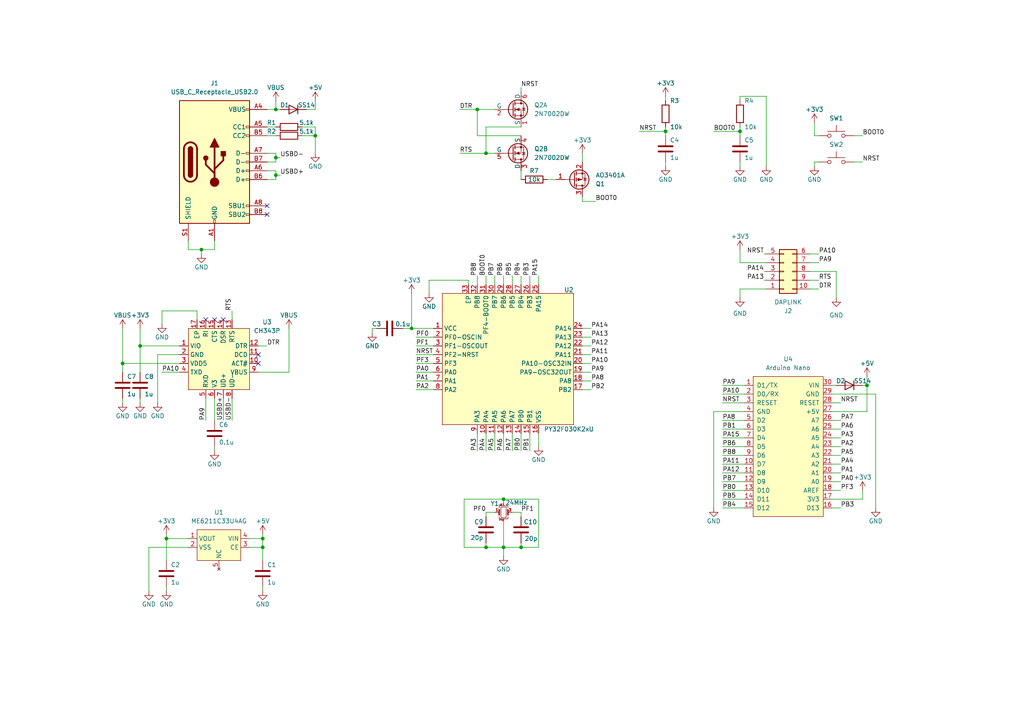
<source format=kicad_sch>
(kicad_sch (version 20250114) (generator "eeschema") (generator_version "9.0")
  (paper "A4")
  (lib_symbols
    (symbol "Arduino Board:Arduino Nano" (pin_names (offset 1.016))
      (property "Reference" "U" (at 0 22.9616 0))
      (property "Value" "Arduino Nano" (at 0 28.0416 0))
      (symbol "Arduino Nano_1_1"
        (rectangle (start -10.16 20.32) (end 10.16 -20.32) (stroke (width 0.1524)) (fill (type background)))
        (pin bidirectional line (at -12.7 17.78 0) (length 2.54) (name "D1/TX") (number "1"))
        (pin bidirectional line (at -12.7 15.24 0) (length 2.54) (name "D0/RX") (number "2"))
        (pin bidirectional line (at -12.7 12.7 0) (length 2.54) (name "RESET") (number "3"))
        (pin power_in line (at -12.7 10.16 0) (length 2.54) (name "GND") (number "4"))
        (pin bidirectional line (at -12.7 7.62 0) (length 2.54) (name "D2") (number "5"))
        (pin bidirectional line (at -12.7 5.08 0) (length 2.54) (name "D3") (number "6"))
        (pin bidirectional line (at -12.7 2.54 0) (length 2.54) (name "D4") (number "7"))
        (pin bidirectional line (at -12.7 0 0) (length 2.54) (name "D5") (number "8"))
        (pin bidirectional line (at -12.7 -2.54 0) (length 2.54) (name "D6") (number "9"))
        (pin bidirectional line (at -12.7 -5.08 0) (length 2.54) (name "D7") (number "10"))
        (pin bidirectional line (at -12.7 -7.62 0) (length 2.54) (name "D8") (number "11"))
        (pin bidirectional line (at -12.7 -10.16 0) (length 2.54) (name "D9") (number "12"))
        (pin bidirectional line (at -12.7 -12.7 0) (length 2.54) (name "D10") (number "13"))
        (pin bidirectional line (at -12.7 -15.24 0) (length 2.54) (name "D11") (number "14"))
        (pin bidirectional line (at -12.7 -17.78 0) (length 2.54) (name "D12") (number "15"))
        (pin power_in line (at 12.7 17.78 180) (length 2.54) (name "VIN") (number "30"))
        (pin power_in line (at 12.7 15.24 180) (length 2.54) (name "GND") (number "29"))
        (pin bidirectional line (at 12.7 12.7 180) (length 2.54) (name "RESET") (number "28"))
        (pin power_in line (at 12.7 10.16 180) (length 2.54) (name "+5V") (number "27"))
        (pin bidirectional line (at 12.7 7.62 180) (length 2.54) (name "A7") (number "26"))
        (pin bidirectional line (at 12.7 5.08 180) (length 2.54) (name "A6") (number "25"))
        (pin bidirectional line (at 12.7 2.54 180) (length 2.54) (name "A5") (number "24"))
        (pin bidirectional line (at 12.7 0 180) (length 2.54) (name "A4") (number "23"))
        (pin bidirectional line (at 12.7 -2.54 180) (length 2.54) (name "A3") (number "22"))
        (pin bidirectional line (at 12.7 -5.08 180) (length 2.54) (name "A2") (number "21"))
        (pin bidirectional line (at 12.7 -7.62 180) (length 2.54) (name "A1") (number "20"))
        (pin bidirectional line (at 12.7 -10.16 180) (length 2.54) (name "A0") (number "19"))
        (pin bidirectional line (at 12.7 -12.7 180) (length 2.54) (name "AREF") (number "18"))
        (pin power_in line (at 12.7 -15.24 180) (length 2.54) (name "3V3") (number "17"))
        (pin bidirectional line (at 12.7 -17.78 180) (length 2.54) (name "D13") (number "16"))
      )
    )
    (symbol "Connector:USB_C_Receptacle_USB2.0" (pin_names (offset 1.016))
      (property "Reference" "J" (at -10.16 19.05 0))
      (property "Value" "USB_C_Receptacle_USB2.0" (at 19.05 19.05 0))
      (symbol "USB_C_Receptacle_USB2.0_0_0"
        (rectangle (start -0.254 -17.78) (end 0.254 -16.764))
        (rectangle (start 10.16 15.494) (end 9.144 14.986))
        (rectangle (start 10.16 10.414) (end 9.144 9.906))
        (rectangle (start 10.16 7.874) (end 9.144 7.366))
        (rectangle (start 10.16 2.794) (end 9.144 2.286))
        (rectangle (start 10.16 0.254) (end 9.144 -0.254))
        (rectangle (start 10.16 -2.286) (end 9.144 -2.794))
        (rectangle (start 10.16 -4.826) (end 9.144 -5.334))
        (rectangle (start 10.16 -12.446) (end 9.144 -12.954))
        (rectangle (start 10.16 -14.986) (end 9.144 -15.494))
      )
      (symbol "USB_C_Receptacle_USB2.0_0_1"
        (rectangle (start -10.16 17.78) (end 10.16 -17.78) (stroke (width 0.254)) (fill (type background)))
        (polyline (pts (xy -8.89 -3.81) (xy -8.89 3.81)) (stroke (width 0.508)))
        (rectangle (start -7.62 -3.81) (end -6.35 3.81) (stroke (width 0.254)) (fill (type outline)))
        (arc (start -7.62 3.81) (mid -6.985 4.4423) (end -6.35 3.81) (stroke (width 0.254)))
        (arc (start -7.62 3.81) (mid -6.985 4.4423) (end -6.35 3.81) (stroke (width 0.254)) (fill (type outline)))
        (arc (start -8.89 3.81) (mid -6.985 5.7067) (end -5.08 3.81) (stroke (width 0.508)))
        (arc (start -5.08 -3.81) (mid -6.985 -5.7067) (end -8.89 -3.81) (stroke (width 0.508)))
        (arc (start -6.35 -3.81) (mid -6.985 -4.4423) (end -7.62 -3.81) (stroke (width 0.254)))
        (arc (start -6.35 -3.81) (mid -6.985 -4.4423) (end -7.62 -3.81) (stroke (width 0.254)) (fill (type outline)))
        (polyline (pts (xy -5.08 3.81) (xy -5.08 -3.81)) (stroke (width 0.508)))
        (circle (center -2.54 1.143) (radius 0.635) (stroke (width 0.254)) (fill (type outline)))
        (polyline (pts (xy -1.27 4.318) (xy 0 6.858) (xy 1.27 4.318) (xy -1.27 4.318)) (stroke (width 0.254)) (fill (type outline)))
        (polyline (pts (xy 0 -2.032) (xy 2.54 0.508) (xy 2.54 1.778)) (stroke (width 0.508)))
        (polyline (pts (xy 0 -3.302) (xy -2.54 -0.762) (xy -2.54 0.508)) (stroke (width 0.508)))
        (polyline (pts (xy 0 -5.842) (xy 0 4.318)) (stroke (width 0.508)))
        (circle (center 0 -5.842) (radius 1.27) (fill (type outline)))
        (rectangle (start 1.905 1.778) (end 3.175 3.048) (stroke (width 0.254)) (fill (type outline)))
      )
      (symbol "USB_C_Receptacle_USB2.0_1_1"
        (pin passive line (at -7.62 -22.86 90) (length 5.08) (name "SHIELD") (number "S1"))
        (pin passive line (at 0 -22.86 90) (length 5.08) (name "GND") (number "A1"))
        (pin passive line (at 0 -22.86 90) (length 5.08) (hide yes) (name "GND") (number "A12"))
        (pin passive line (at 0 -22.86 90) (length 5.08) (hide yes) (name "GND") (number "B1"))
        (pin passive line (at 0 -22.86 90) (length 5.08) (hide yes) (name "GND") (number "B12"))
        (pin passive line (at 15.24 15.24 180) (length 5.08) (name "VBUS") (number "A4"))
        (pin passive line (at 15.24 15.24 180) (length 5.08) (hide yes) (name "VBUS") (number "A9"))
        (pin passive line (at 15.24 15.24 180) (length 5.08) (hide yes) (name "VBUS") (number "B4"))
        (pin passive line (at 15.24 15.24 180) (length 5.08) (hide yes) (name "VBUS") (number "B9"))
        (pin bidirectional line (at 15.24 10.16 180) (length 5.08) (name "CC1") (number "A5"))
        (pin bidirectional line (at 15.24 7.62 180) (length 5.08) (name "CC2") (number "B5"))
        (pin bidirectional line (at 15.24 2.54 180) (length 5.08) (name "D-") (number "A7"))
        (pin bidirectional line (at 15.24 0 180) (length 5.08) (name "D-") (number "B7"))
        (pin bidirectional line (at 15.24 -2.54 180) (length 5.08) (name "D+") (number "A6"))
        (pin bidirectional line (at 15.24 -5.08 180) (length 5.08) (name "D+") (number "B6"))
        (pin bidirectional line (at 15.24 -12.7 180) (length 5.08) (name "SBU1") (number "A8"))
        (pin bidirectional line (at 15.24 -15.24 180) (length 5.08) (name "SBU2") (number "B8"))
      )
    )
    (symbol "Connector_Generic:Conn_02x05_Counter_Clockwise" (pin_names (offset 1.016) (hide yes))
      (property "Reference" "J" (at 1.27 7.62 0))
      (property "Value" "Conn_02x05_Counter_Clockwise" (at 1.27 -7.62 0))
      (symbol "Conn_02x05_Counter_Clockwise_1_1"
        (rectangle (start -1.27 6.35) (end 3.81 -6.35) (stroke (width 0.254)) (fill (type background)))
        (rectangle (start -1.27 5.207) (end 0 4.953) (stroke (width 0.1524)))
        (rectangle (start -1.27 2.667) (end 0 2.413) (stroke (width 0.1524)))
        (rectangle (start -1.27 0.127) (end 0 -0.127) (stroke (width 0.1524)))
        (rectangle (start -1.27 -2.413) (end 0 -2.667) (stroke (width 0.1524)))
        (rectangle (start -1.27 -4.953) (end 0 -5.207) (stroke (width 0.1524)))
        (rectangle (start 3.81 5.207) (end 2.54 4.953) (stroke (width 0.1524)))
        (rectangle (start 3.81 2.667) (end 2.54 2.413) (stroke (width 0.1524)))
        (rectangle (start 3.81 0.127) (end 2.54 -0.127) (stroke (width 0.1524)))
        (rectangle (start 3.81 -2.413) (end 2.54 -2.667) (stroke (width 0.1524)))
        (rectangle (start 3.81 -4.953) (end 2.54 -5.207) (stroke (width 0.1524)))
        (pin passive line (at -5.08 5.08 0) (length 3.81) (name "Pin_1") (number "1"))
        (pin passive line (at -5.08 2.54 0) (length 3.81) (name "Pin_2") (number "2"))
        (pin passive line (at -5.08 0 0) (length 3.81) (name "Pin_3") (number "3"))
        (pin passive line (at -5.08 -2.54 0) (length 3.81) (name "Pin_4") (number "4"))
        (pin passive line (at -5.08 -5.08 0) (length 3.81) (name "Pin_5") (number "5"))
        (pin passive line (at 7.62 5.08 180) (length 3.81) (name "Pin_10") (number "10"))
        (pin passive line (at 7.62 2.54 180) (length 3.81) (name "Pin_9") (number "9"))
        (pin passive line (at 7.62 0 180) (length 3.81) (name "Pin_8") (number "8"))
        (pin passive line (at 7.62 -2.54 180) (length 3.81) (name "Pin_7") (number "7"))
        (pin passive line (at 7.62 -5.08 180) (length 3.81) (name "Pin_6") (number "6"))
      )
    )
    (symbol "Device:C" (pin_numbers (hide yes)) (pin_names (offset 0.254))
      (property "Reference" "C" (at 0.635 2.54 0))
      (property "Value" "C" (at 0.635 -2.54 0))
      (symbol "C_0_1"
        (polyline (pts (xy -2.032 0.762) (xy 2.032 0.762)) (stroke (width 0.508)))
        (polyline (pts (xy -2.032 -0.762) (xy 2.032 -0.762)) (stroke (width 0.508)))
      )
      (symbol "C_1_1"
        (pin passive line (at 0 3.81 270) (length 2.794) (name "~") (number "1"))
        (pin passive line (at 0 -3.81 90) (length 2.794) (name "~") (number "2"))
      )
    )
    (symbol "Device:Crystal_GND24_Small" (pin_names (offset 1.016) (hide yes))
      (property "Reference" "Y" (at 1.27 4.445 0))
      (property "Value" "Crystal_GND24_Small" (at 1.27 2.54 0))
      (symbol "Crystal_GND24_Small_0_1"
        (polyline (pts (xy -1.27 1.27) (xy -1.27 1.905) (xy 1.27 1.905) (xy 1.27 1.27)))
        (polyline (pts (xy -1.27 -0.762) (xy -1.27 0.762)) (stroke (width 0.381)))
        (polyline (pts (xy -1.27 -1.27) (xy -1.27 -1.905) (xy 1.27 -1.905) (xy 1.27 -1.27)))
        (rectangle (start -0.762 -1.524) (end 0.762 1.524))
        (polyline (pts (xy 1.27 -0.762) (xy 1.27 0.762)) (stroke (width 0.381)))
      )
      (symbol "Crystal_GND24_Small_1_1"
        (pin passive line (at -2.54 0 0) (length 1.27) (name "1") (number "1"))
        (pin passive line (at 0 2.54 270) (length 0.635) (name "4") (number "4"))
        (pin passive line (at 0 -2.54 90) (length 0.635) (name "2") (number "2"))
        (pin passive line (at 2.54 0 180) (length 1.27) (name "3") (number "3"))
      )
    )
    (symbol "Device:D" (pin_numbers (hide yes)) (pin_names (offset 1.016) (hide yes))
      (property "Reference" "D" (at 0 2.54 0))
      (property "Value" "D" (at 0 -2.54 0))
      (symbol "D_0_1"
        (polyline (pts (xy -1.27 1.27) (xy -1.27 -1.27)) (stroke (width 0.254)))
        (polyline (pts (xy 1.27 1.27) (xy 1.27 -1.27) (xy -1.27 0) (xy 1.27 1.27)) (stroke (width 0.254)))
        (polyline (pts (xy 1.27 0) (xy -1.27 0)))
      )
      (symbol "D_1_1"
        (pin passive line (at -3.81 0 0) (length 2.54) (name "K") (number "1"))
        (pin passive line (at 3.81 0 180) (length 2.54) (name "A") (number "2"))
      )
    )
    (symbol "Device:R" (pin_numbers (hide yes)) (pin_names (offset 0))
      (property "Reference" "R" (at 2.032 0 90))
      (property "Value" "R" (at 0 0 90))
      (symbol "R_0_1"
        (rectangle (start -1.016 -2.54) (end 1.016 2.54) (stroke (width 0.254)))
      )
      (symbol "R_1_1"
        (pin passive line (at 0 3.81 270) (length 1.27) (name "~") (number "1"))
        (pin passive line (at 0 -3.81 90) (length 1.27) (name "~") (number "2"))
      )
    )
    (symbol "GND_4" (power) (pin_names (offset 0))
      (property "Value" "GND_4" (at 0 -3.81 0))
      (symbol "GND_4_0_1"
        (polyline (pts (xy 0 0) (xy 0 -1.27) (xy 1.27 -1.27) (xy 0 -2.54) (xy -1.27 -1.27) (xy 0 -1.27)))
      )
      (symbol "GND_4_1_1"
        (pin power_in line (at 0 0 270) (length 0) (hide yes) (name "GND") (number "1"))
      )
    )
    (symbol "LDO:ME6211CxxU4AG"
      (property "Reference" "U" (at -7.62 10.16 0))
      (property "Value" "ME6211CxxU4AG" (at -6.35 1.27 0))
      (symbol "ME6211CxxU4AG_1_1"
        (rectangle (start -6.35 3.81) (end 6.35 -5.08) (fill (type background)))
        (pin power_out line (at -8.89 1.27 0) (length 2.54) (name "VOUT") (number "1"))
        (pin power_in line (at -8.89 -1.27 0) (length 2.54) (name "VSS") (number "2"))
        (pin no_connect line (at 0 -7.62 90) (length 2.54) (name "NC") (number "5"))
        (pin power_in line (at 8.89 1.27 180) (length 2.54) (name "VIN") (number "4"))
        (pin bidirectional line (at 8.89 -1.27 180) (length 2.54) (name "CE") (number "3"))
      )
    )
    (symbol "MOS FET:2N7002DW" (pin_names (offset 0))
      (property "Reference" "Q" (at 0 6.35 0))
      (property "Value" "2N7002DW" (at 0 8.89 0))
      (symbol "2N7002DW_0_1"
        (polyline (pts (xy -1.016 1.905) (xy -1.016 -1.905)) (stroke (width 0.254)))
        (polyline (pts (xy -1.016 0) (xy -3.81 0)))
        (polyline (pts (xy -0.508 2.286) (xy -0.508 1.27)) (stroke (width 0.254)))
        (polyline (pts (xy -0.508 0.508) (xy -0.508 -0.508)) (stroke (width 0.254)))
        (polyline (pts (xy -0.508 -1.27) (xy -0.508 -2.286)) (stroke (width 0.254)))
        (polyline (pts (xy -0.508 -1.778) (xy 2.032 -1.778) (xy 2.032 1.778) (xy -0.508 1.778)))
        (polyline (pts (xy -0.254 0) (xy 0.762 0.381) (xy 0.762 -0.381) (xy -0.254 0)) (fill (type outline)))
        (circle (center 0.381 0) (radius 2.794) (stroke (width 0.254)))
        (polyline (pts (xy 1.27 2.54) (xy 1.27 1.778)))
        (circle (center 1.27 1.778) (radius 0.254) (fill (type outline)))
        (circle (center 1.27 -1.778) (radius 0.254) (fill (type outline)))
        (polyline (pts (xy 1.27 -2.54) (xy 1.27 0) (xy -0.508 0)))
        (polyline (pts (xy 1.524 0.508) (xy 1.651 0.381) (xy 2.413 0.381) (xy 2.54 0.254)))
        (polyline (pts (xy 2.032 0.381) (xy 1.651 -0.254) (xy 2.413 -0.254) (xy 2.032 0.381)))
      )
      (symbol "2N7002DW_1_1"
        (pin input line (at -6.35 0 0) (length 2.54) (name "G") (number "2"))
        (pin passive line (at 1.27 5.08 270) (length 2.54) (name "D") (number "6"))
        (pin passive line (at 1.27 -5.08 90) (length 2.54) (name "S") (number "1"))
      )
      (symbol "2N7002DW_2_1"
        (pin input line (at -6.35 0 0) (length 2.54) (name "G") (number "5"))
        (pin passive line (at 1.27 5.08 270) (length 2.54) (name "D") (number "3"))
        (pin passive line (at 1.27 -5.08 90) (length 2.54) (name "S") (number "4"))
      )
    )
    (symbol "PY32_MCU:PY32F030K2xU"
      (property "Reference" "U" (at -25.4 24.13 0))
      (property "Value" "PY32F030K2xU" (at -7.62 -19.05 90))
      (symbol "PY32F030K2xU_1_1"
        (rectangle (start -19.05 19.05) (end 19.05 -19.05) (fill (type background)))
        (pin power_in line (at -21.59 8.89 0) (length 2.54) (name "VCC") (number "1"))
        (pin bidirectional line (at -21.59 6.35 0) (length 2.54) (name "PF0-OSCIN") (number "2"))
        (pin bidirectional line (at -21.59 3.81 0) (length 2.54) (name "PF1-OSCOUT") (number "3"))
        (pin bidirectional line (at -21.59 1.27 0) (length 2.54) (name "PF2-NRST") (number "4"))
        (pin bidirectional line (at -21.59 -1.27 0) (length 2.54) (name "PF3") (number "5"))
        (pin bidirectional line (at -21.59 -3.81 0) (length 2.54) (name "PA0") (number "6"))
        (pin bidirectional line (at -21.59 -6.35 0) (length 2.54) (name "PA1") (number "7"))
        (pin bidirectional line (at -21.59 -8.89 0) (length 2.54) (name "PA2") (number "8"))
        (pin bidirectional line (at -11.43 21.59 270) (length 2.54) (name "EP") (number "33"))
        (pin bidirectional line (at -8.89 21.59 270) (length 2.54) (name "PB8") (number "32"))
        (pin bidirectional line (at -8.89 -21.59 90) (length 2.54) (name "PA3") (number "9"))
        (pin bidirectional line (at -6.35 21.59 270) (length 2.54) (name "PF4-BOOT0") (number "31"))
        (pin bidirectional line (at -6.35 -21.59 90) (length 2.54) (name "PA4") (number "10"))
        (pin bidirectional line (at -3.81 21.59 270) (length 2.54) (name "PB7") (number "30"))
        (pin bidirectional line (at -3.81 -21.59 90) (length 2.54) (name "PA5") (number "11"))
        (pin bidirectional line (at -1.27 21.59 270) (length 2.54) (name "PB6") (number "29"))
        (pin bidirectional line (at -1.27 -21.59 90) (length 2.54) (name "PA6") (number "12"))
        (pin bidirectional line (at 1.27 21.59 270) (length 2.54) (name "PB5") (number "28"))
        (pin bidirectional line (at 1.27 -21.59 90) (length 2.54) (name "PA7") (number "13"))
        (pin bidirectional line (at 3.81 21.59 270) (length 2.54) (name "PB4") (number "27"))
        (pin bidirectional line (at 3.81 -21.59 90) (length 2.54) (name "PB0") (number "14"))
        (pin bidirectional line (at 6.35 21.59 270) (length 2.54) (name "PB3") (number "26"))
        (pin bidirectional line (at 6.35 -21.59 90) (length 2.54) (name "PB1") (number "15"))
        (pin bidirectional line (at 8.89 21.59 270) (length 2.54) (name "PA15") (number "25"))
        (pin power_in line (at 8.89 -21.59 90) (length 2.54) (name "VSS") (number "16"))
        (pin bidirectional line (at 21.59 8.89 180) (length 2.54) (name "PA14") (number "24"))
        (pin bidirectional line (at 21.59 6.35 180) (length 2.54) (name "PA13") (number "23"))
        (pin bidirectional line (at 21.59 3.81 180) (length 2.54) (name "PA12") (number "22"))
        (pin bidirectional line (at 21.59 1.27 180) (length 2.54) (name "PA11") (number "21"))
        (pin bidirectional line (at 21.59 -1.27 180) (length 2.54) (name "PA10-OSC32IN") (number "20"))
        (pin bidirectional line (at 21.59 -3.81 180) (length 2.54) (name "PA9-OSC32OUT") (number "19"))
        (pin bidirectional line (at 21.59 -6.35 180) (length 2.54) (name "PA8") (number "18"))
        (pin bidirectional line (at 21.59 -8.89 180) (length 2.54) (name "PB2") (number "17"))
      )
    )
    (symbol "Switch:SW_Push" (pin_numbers (hide yes)) (pin_names (offset 1.016) (hide yes))
      (property "Reference" "SW" (at 1.27 2.54 0))
      (property "Value" "SW_Push" (at 0 -1.524 0))
      (symbol "SW_Push_0_1"
        (circle (center -2.032 0) (radius 0.508))
        (polyline (pts (xy 0 1.27) (xy 0 3.048)))
        (circle (center 2.032 0) (radius 0.508))
        (polyline (pts (xy 2.54 1.27) (xy -2.54 1.27)))
        (pin passive line (at -5.08 0 0) (length 2.54) (name "1") (number "1"))
        (pin passive line (at 5.08 0 180) (length 2.54) (name "2") (number "2"))
      )
    )
    (symbol "Transistor_FET:AO3401A" (pin_names (hide yes))
      (property "Reference" "Q" (at 5.08 1.905 0))
      (property "Value" "AO3401A" (at 5.08 0 0))
      (symbol "AO3401A_0_1"
        (polyline (pts (xy 0.254 1.905) (xy 0.254 -1.905)) (stroke (width 0.254)))
        (polyline (pts (xy 0.254 0) (xy -2.54 0)))
        (polyline (pts (xy 0.762 2.286) (xy 0.762 1.27)) (stroke (width 0.254)))
        (polyline (pts (xy 0.762 1.778) (xy 3.302 1.778) (xy 3.302 -1.778) (xy 0.762 -1.778)))
        (polyline (pts (xy 0.762 0.508) (xy 0.762 -0.508)) (stroke (width 0.254)))
        (polyline (pts (xy 0.762 -1.27) (xy 0.762 -2.286)) (stroke (width 0.254)))
        (circle (center 1.651 0) (radius 2.794) (stroke (width 0.254)))
        (polyline (pts (xy 2.286 0) (xy 1.27 0.381) (xy 1.27 -0.381) (xy 2.286 0)) (fill (type outline)))
        (polyline (pts (xy 2.54 2.54) (xy 2.54 1.778)))
        (circle (center 2.54 1.778) (radius 0.254) (fill (type outline)))
        (circle (center 2.54 -1.778) (radius 0.254) (fill (type outline)))
        (polyline (pts (xy 2.54 -2.54) (xy 2.54 0) (xy 0.762 0)))
        (polyline (pts (xy 2.794 -0.508) (xy 2.921 -0.381) (xy 3.683 -0.381) (xy 3.81 -0.254)))
        (polyline (pts (xy 3.302 -0.381) (xy 2.921 0.254) (xy 3.683 0.254) (xy 3.302 -0.381)))
      )
      (symbol "AO3401A_1_1"
        (pin input line (at -5.08 0 0) (length 2.54) (name "G") (number "1"))
        (pin passive line (at 2.54 5.08 270) (length 2.54) (name "D") (number "3"))
        (pin passive line (at 2.54 -5.08 90) (length 2.54) (name "S") (number "2"))
      )
    )
    (symbol "USB2UART:CH343P"
      (property "Reference" "U" (at -7.62 16.51 0))
      (property "Value" "CH343P" (at -1.27 0 0))
      (symbol "CH343P_1_1"
        (rectangle (start -1.27 11.43) (end 16.51 -6.35) (fill (type background)))
        (pin bidirectional line (at -3.81 6.35 0) (length 2.54) (name "VIO") (number "1"))
        (pin power_in line (at -3.81 3.81 0) (length 2.54) (name "GND") (number "2"))
        (pin power_in line (at -3.81 1.27 0) (length 2.54) (name "VDD5") (number "3"))
        (pin bidirectional line (at -3.81 -1.27 0) (length 2.54) (name "TXD") (number "4"))
        (pin bidirectional line (at 1.27 13.97 270) (length 2.54) (name "EP") (number "17"))
        (pin bidirectional line (at 3.81 13.97 270) (length 2.54) (name "RI") (number "16"))
        (pin bidirectional line (at 3.81 -8.89 90) (length 2.54) (name "RXD") (number "5"))
        (pin bidirectional line (at 6.35 13.97 270) (length 2.54) (name "CTS") (number "15"))
        (pin passive line (at 6.35 -8.89 90) (length 2.54) (name "V3") (number "6"))
        (pin bidirectional line (at 8.89 13.97 270) (length 2.54) (name "DSR") (number "14"))
        (pin bidirectional line (at 8.89 -8.89 90) (length 2.54) (name "UD+") (number "7"))
        (pin bidirectional line (at 11.43 13.97 270) (length 2.54) (name "RTS") (number "13"))
        (pin bidirectional line (at 11.43 -8.89 90) (length 2.54) (name "UD-") (number "8"))
        (pin bidirectional line (at 19.05 6.35 180) (length 2.54) (name "DTR") (number "12"))
        (pin bidirectional line (at 19.05 3.81 180) (length 2.54) (name "DCD") (number "11"))
        (pin bidirectional line (at 19.05 1.27 180) (length 2.54) (name "ACT#") (number "10"))
        (pin power_in line (at 19.05 -1.27 180) (length 2.54) (name "VBUS") (number "9"))
      )
    )
    (symbol "power:+3V3" (power) (pin_names (offset 0))
      (property "Value" "+3V3" (at 0 3.556 0))
      (symbol "+3V3_0_1"
        (polyline (pts (xy -0.762 1.27) (xy 0 2.54)))
        (polyline (pts (xy 0 2.54) (xy 0.762 1.27)))
        (polyline (pts (xy 0 0) (xy 0 2.54)))
      )
      (symbol "+3V3_1_1"
        (pin power_in line (at 0 0 90) (length 0) (hide yes) (name "+3V3") (number "1"))
      )
    )
    (symbol "power:+5V" (power) (pin_names (offset 0))
      (property "Value" "+5V" (at 0 3.556 0))
      (symbol "+5V_0_1"
        (polyline (pts (xy -0.762 1.27) (xy 0 2.54)))
        (polyline (pts (xy 0 2.54) (xy 0.762 1.27)))
        (polyline (pts (xy 0 0) (xy 0 2.54)))
      )
      (symbol "+5V_1_1"
        (pin power_in line (at 0 0 90) (length 0) (hide yes) (name "+5V") (number "1"))
      )
    )
    (symbol "power:GND" (power) (pin_names (offset 0))
      (property "Value" "GND" (at 0 -3.81 0))
      (symbol "GND_0_1"
        (polyline (pts (xy 0 0) (xy 0 -1.27) (xy 1.27 -1.27) (xy 0 -2.54) (xy -1.27 -1.27) (xy 0 -1.27)))
      )
      (symbol "GND_1_1"
        (pin power_in line (at 0 0 270) (length 0) (hide yes) (name "GND") (number "1"))
      )
    )
    (symbol "power:VBUS" (power) (pin_names (offset 0))
      (property "Value" "VBUS" (at 0 3.81 0))
      (symbol "VBUS_0_1"
        (polyline (pts (xy -0.762 1.27) (xy 0 2.54)))
        (polyline (pts (xy 0 2.54) (xy 0.762 1.27)))
        (polyline (pts (xy 0 0) (xy 0 2.54)))
      )
      (symbol "VBUS_1_1"
        (pin power_in line (at 0 0 90) (length 0) (hide yes) (name "VBUS") (number "1"))
      )
    )
  )
  (junction (at 58.42 72.39))
  (junction (at 138.43 31.75))
  (junction (at 251.46 111.76))
  (junction (at 48.26 156.21))
  (junction (at 91.44 39.37))
  (junction (at 151.13 158.75))
  (junction (at 146.05 158.75))
  (junction (at 80.01 31.75))
  (junction (at 214.63 38.1))
  (junction (at 80.01 50.8))
  (junction (at 146.05 144.78))
  (junction (at 193.04 38.1))
  (junction (at 35.56 105.41))
  (junction (at 76.2 156.21))
  (junction (at 40.64 100.33))
  (junction (at 119.38 95.25))
  (junction (at 140.97 44.45))
  (junction (at 76.2 158.75))
  (junction (at 80.01 45.72))
  (junction (at 140.97 158.75))
  (no_connect (at 77.47 59.69))
  (no_connect (at 74.93 102.87))
  (no_connect (at 59.69 92.71))
  (no_connect (at 64.77 92.71))
  (no_connect (at 77.47 62.23))
  (no_connect (at 74.93 105.41))
  (no_connect (at 62.23 92.71))
  (wire (pts (xy 251.46 109.22) (xy 251.46 111.76)))
  (wire (pts (xy 76.2 158.75) (xy 76.2 162.56)))
  (wire (pts (xy 72.39 156.21) (xy 76.2 156.21)))
  (wire (pts (xy 243.84 121.92) (xy 241.3 121.92)))
  (wire (pts (xy 107.95 95.25) (xy 109.22 95.25)))
  (wire (pts (xy 237.49 46.99) (xy 236.22 46.99)))
  (wire (pts (xy 57.15 90.17) (xy 46.99 90.17)))
  (wire (pts (xy 135.89 82.55) (xy 135.89 81.28)))
  (wire (pts (xy 214.63 83.82) (xy 222.25 83.82)))
  (wire (pts (xy 250.19 142.24) (xy 250.19 144.78)))
  (wire (pts (xy 146.05 151.13) (xy 146.05 158.75)))
  (wire (pts (xy 62.23 129.54) (xy 62.23 130.81)))
  (wire (pts (xy 193.04 36.83) (xy 193.04 38.1)))
  (wire (pts (xy 243.84 132.08) (xy 241.3 132.08)))
  (wire (pts (xy 241.3 142.24) (xy 243.84 142.24)))
  (wire (pts (xy 54.61 72.39) (xy 58.42 72.39)))
  (wire (pts (xy 77.47 49.53) (xy 80.01 49.53)))
  (wire (pts (xy 146.05 125.73) (xy 146.05 130.81)))
  (wire (pts (xy 80.01 46.99) (xy 77.47 46.99)))
  (wire (pts (xy 243.84 124.46) (xy 241.3 124.46)))
  (wire (pts (xy 134.62 158.75) (xy 140.97 158.75)))
  (wire (pts (xy 151.13 80.01) (xy 151.13 82.55)))
  (wire (pts (xy 120.65 105.41) (xy 125.73 105.41)))
  (wire (pts (xy 234.95 81.28) (xy 237.49 81.28)))
  (wire (pts (xy 135.89 81.28) (xy 124.46 81.28)))
  (wire (pts (xy 140.97 157.48) (xy 140.97 158.75)))
  (wire (pts (xy 222.25 78.74) (xy 221.615 78.74)))
  (wire (pts (xy 237.49 39.37) (xy 236.22 39.37)))
  (wire (pts (xy 148.59 125.73) (xy 148.59 130.81)))
  (wire (pts (xy 120.65 102.87) (xy 125.73 102.87)))
  (wire (pts (xy 77.47 39.37) (xy 80.01 39.37)))
  (wire (pts (xy 120.65 100.33) (xy 125.73 100.33)))
  (wire (pts (xy 120.65 113.03) (xy 125.73 113.03)))
  (wire (pts (xy 168.91 110.49) (xy 171.45 110.49)))
  (wire (pts (xy 156.21 80.01) (xy 156.21 82.55)))
  (wire (pts (xy 243.84 137.16) (xy 241.3 137.16)))
  (wire (pts (xy 214.63 36.83) (xy 214.63 38.1)))
  (wire (pts (xy 151.13 25.4) (xy 151.13 26.67)))
  (wire (pts (xy 80.01 49.53) (xy 80.01 50.8)))
  (wire (pts (xy 156.21 158.75) (xy 151.13 158.75)))
  (wire (pts (xy 242.57 78.74) (xy 242.57 86.36)))
  (wire (pts (xy 234.95 76.2) (xy 237.49 76.2)))
  (wire (pts (xy 52.07 102.87) (xy 45.72 102.87)))
  (wire (pts (xy 168.91 102.87) (xy 171.45 102.87)))
  (wire (pts (xy 134.62 144.78) (xy 146.05 144.78)))
  (wire (pts (xy 151.13 49.53) (xy 151.13 52.07)))
  (wire (pts (xy 168.91 107.95) (xy 171.45 107.95)))
  (wire (pts (xy 140.97 148.59) (xy 143.51 148.59)))
  (wire (pts (xy 54.61 158.75) (xy 43.18 158.75)))
  (wire (pts (xy 146.05 80.01) (xy 146.05 82.55)))
  (wire (pts (xy 46.99 90.17) (xy 46.99 93.98)))
  (wire (pts (xy 156.21 125.73) (xy 156.21 129.54)))
  (wire (pts (xy 241.3 144.78) (xy 250.19 144.78)))
  (wire (pts (xy 45.72 102.87) (xy 45.72 116.84)))
  (wire (pts (xy 146.05 158.75) (xy 151.13 158.75)))
  (wire (pts (xy 234.95 73.66) (xy 237.49 73.66)))
  (wire (pts (xy 116.84 95.25) (xy 119.38 95.25)))
  (wire (pts (xy 209.55 147.32) (xy 215.9 147.32)))
  (wire (pts (xy 138.43 31.75) (xy 143.51 31.75)))
  (wire (pts (xy 80.01 45.72) (xy 81.28 45.72)))
  (wire (pts (xy 138.43 80.01) (xy 138.43 82.55)))
  (wire (pts (xy 48.26 154.94) (xy 48.26 156.21)))
  (wire (pts (xy 156.21 144.78) (xy 156.21 158.75)))
  (wire (pts (xy 158.75 52.07) (xy 161.29 52.07)))
  (wire (pts (xy 57.15 92.71) (xy 57.15 90.17)))
  (wire (pts (xy 59.69 115.57) (xy 59.69 121.92)))
  (wire (pts (xy 168.91 58.42) (xy 172.72 58.42)))
  (wire (pts (xy 140.97 80.01) (xy 140.97 82.55)))
  (wire (pts (xy 80.01 44.45) (xy 80.01 45.72)))
  (wire (pts (xy 222.25 81.28) (xy 221.615 81.28)))
  (wire (pts (xy 80.01 52.07) (xy 77.47 52.07)))
  (wire (pts (xy 133.35 44.45) (xy 140.97 44.45)))
  (wire (pts (xy 91.44 36.83) (xy 91.44 39.37)))
  (wire (pts (xy 48.26 156.21) (xy 48.26 162.56)))
  (wire (pts (xy 140.97 158.75) (xy 146.05 158.75)))
  (wire (pts (xy 87.63 39.37) (xy 91.44 39.37)))
  (wire (pts (xy 243.84 134.62) (xy 241.3 134.62)))
  (wire (pts (xy 209.55 127) (xy 215.9 127)))
  (wire (pts (xy 80.01 29.21) (xy 80.01 31.75)))
  (wire (pts (xy 168.91 57.15) (xy 168.91 58.42)))
  (wire (pts (xy 48.26 156.21) (xy 54.61 156.21)))
  (wire (pts (xy 185.42 38.1) (xy 193.04 38.1)))
  (wire (pts (xy 209.55 132.08) (xy 215.9 132.08)))
  (wire (pts (xy 35.56 105.41) (xy 52.07 105.41)))
  (wire (pts (xy 151.13 148.59) (xy 148.59 148.59)))
  (wire (pts (xy 209.55 111.76) (xy 215.9 111.76)))
  (wire (pts (xy 120.65 107.95) (xy 125.73 107.95)))
  (wire (pts (xy 120.65 110.49) (xy 125.73 110.49)))
  (wire (pts (xy 209.55 139.7) (xy 215.9 139.7)))
  (wire (pts (xy 209.55 116.84) (xy 215.9 116.84)))
  (wire (pts (xy 80.01 50.8) (xy 81.28 50.8)))
  (wire (pts (xy 146.05 158.75) (xy 146.05 161.29)))
  (wire (pts (xy 247.65 39.37) (xy 250.19 39.37)))
  (wire (pts (xy 146.05 146.05) (xy 146.05 144.78)))
  (wire (pts (xy 138.43 125.73) (xy 138.43 130.81)))
  (wire (pts (xy 214.63 86.36) (xy 214.63 83.82)))
  (wire (pts (xy 48.26 170.18) (xy 48.26 171.45)))
  (wire (pts (xy 80.01 45.72) (xy 80.01 46.99)))
  (wire (pts (xy 168.91 105.41) (xy 171.45 105.41)))
  (wire (pts (xy 74.93 100.33) (xy 77.47 100.33)))
  (wire (pts (xy 241.3 111.76) (xy 242.57 111.76)))
  (wire (pts (xy 214.63 76.2) (xy 222.25 76.2)))
  (wire (pts (xy 40.64 107.95) (xy 40.64 100.33)))
  (wire (pts (xy 134.62 144.78) (xy 134.62 158.75)))
  (wire (pts (xy 35.56 105.41) (xy 35.56 107.95)))
  (wire (pts (xy 243.84 127) (xy 241.3 127)))
  (wire (pts (xy 80.01 31.75) (xy 81.28 31.75)))
  (wire (pts (xy 76.2 170.18) (xy 76.2 171.45)))
  (wire (pts (xy 222.25 27.94) (xy 222.25 48.26)))
  (wire (pts (xy 251.46 111.76) (xy 251.46 119.38)))
  (wire (pts (xy 35.56 95.25) (xy 35.56 105.41)))
  (wire (pts (xy 193.04 27.94) (xy 193.04 29.21)))
  (wire (pts (xy 168.91 100.33) (xy 171.45 100.33)))
  (wire (pts (xy 77.47 36.83) (xy 80.01 36.83)))
  (wire (pts (xy 214.63 46.99) (xy 214.63 48.26)))
  (wire (pts (xy 72.39 158.75) (xy 76.2 158.75)))
  (wire (pts (xy 140.97 148.59) (xy 140.97 149.86)))
  (wire (pts (xy 40.64 95.25) (xy 40.64 100.33)))
  (wire (pts (xy 243.84 139.7) (xy 241.3 139.7)))
  (wire (pts (xy 62.23 72.39) (xy 62.23 69.85)))
  (wire (pts (xy 250.19 111.76) (xy 251.46 111.76)))
  (wire (pts (xy 77.47 31.75) (xy 80.01 31.75)))
  (wire (pts (xy 62.23 115.57) (xy 62.23 121.92)))
  (wire (pts (xy 207.01 119.38) (xy 207.01 147.32)))
  (wire (pts (xy 40.64 115.57) (xy 40.64 116.84)))
  (wire (pts (xy 209.55 129.54) (xy 215.9 129.54)))
  (wire (pts (xy 214.63 27.94) (xy 214.63 29.21)))
  (wire (pts (xy 43.18 158.75) (xy 43.18 171.45)))
  (wire (pts (xy 193.04 38.1) (xy 193.04 39.37)))
  (wire (pts (xy 151.13 148.59) (xy 151.13 149.86)))
  (wire (pts (xy 91.44 39.37) (xy 91.44 44.45)))
  (wire (pts (xy 77.47 44.45) (xy 80.01 44.45)))
  (wire (pts (xy 209.55 137.16) (xy 215.9 137.16)))
  (wire (pts (xy 91.44 29.21) (xy 91.44 31.75)))
  (wire (pts (xy 193.04 46.99) (xy 193.04 48.26)))
  (wire (pts (xy 209.55 134.62) (xy 215.9 134.62)))
  (wire (pts (xy 120.65 97.79) (xy 125.73 97.79)))
  (wire (pts (xy 151.13 158.75) (xy 151.13 157.48)))
  (wire (pts (xy 58.42 72.39) (xy 58.42 73.66)))
  (wire (pts (xy 35.56 115.57) (xy 35.56 116.84)))
  (wire (pts (xy 214.63 38.1) (xy 214.63 39.37)))
  (wire (pts (xy 241.3 116.84) (xy 243.84 116.84)))
  (wire (pts (xy 80.01 50.8) (xy 80.01 52.07)))
  (wire (pts (xy 236.22 35.56) (xy 236.22 39.37)))
  (wire (pts (xy 151.13 39.37) (xy 138.43 39.37)))
  (wire (pts (xy 209.55 144.78) (xy 215.9 144.78)))
  (wire (pts (xy 168.91 113.03) (xy 171.45 113.03)))
  (wire (pts (xy 214.63 76.2) (xy 214.63 72.39)))
  (wire (pts (xy 76.2 156.21) (xy 76.2 158.75)))
  (wire (pts (xy 247.65 46.99) (xy 250.19 46.99)))
  (wire (pts (xy 67.31 90.17) (xy 67.31 92.71)))
  (wire (pts (xy 54.61 69.85) (xy 54.61 72.39)))
  (wire (pts (xy 234.95 83.82) (xy 237.49 83.82)))
  (wire (pts (xy 140.97 36.83) (xy 140.97 44.45)))
  (wire (pts (xy 107.95 96.52) (xy 107.95 95.25)))
  (wire (pts (xy 67.31 115.57) (xy 67.31 121.92)))
  (wire (pts (xy 168.91 95.25) (xy 171.45 95.25)))
  (wire (pts (xy 143.51 80.01) (xy 143.51 82.55)))
  (wire (pts (xy 76.2 154.94) (xy 76.2 156.21)))
  (wire (pts (xy 88.9 31.75) (xy 91.44 31.75)))
  (wire (pts (xy 40.64 100.33) (xy 52.07 100.33)))
  (wire (pts (xy 87.63 36.83) (xy 91.44 36.83)))
  (wire (pts (xy 151.13 125.73) (xy 151.13 130.81)))
  (wire (pts (xy 234.95 78.74) (xy 242.57 78.74)))
  (wire (pts (xy 209.55 121.92) (xy 215.9 121.92)))
  (wire (pts (xy 146.05 144.78) (xy 156.21 144.78)))
  (wire (pts (xy 215.9 119.38) (xy 207.01 119.38)))
  (wire (pts (xy 140.97 125.73) (xy 140.97 130.81)))
  (wire (pts (xy 209.55 114.3) (xy 215.9 114.3)))
  (wire (pts (xy 241.3 114.3) (xy 254 114.3)))
  (wire (pts (xy 143.51 125.73) (xy 143.51 130.81)))
  (wire (pts (xy 148.59 80.01) (xy 148.59 82.55)))
  (wire (pts (xy 222.25 73.66) (xy 221.615 73.66)))
  (wire (pts (xy 133.35 31.75) (xy 138.43 31.75)))
  (wire (pts (xy 254 114.3) (xy 254 147.32)))
  (wire (pts (xy 243.84 129.54) (xy 241.3 129.54)))
  (wire (pts (xy 140.97 36.83) (xy 151.13 36.83)))
  (wire (pts (xy 207.01 38.1) (xy 214.63 38.1)))
  (wire (pts (xy 214.63 27.94) (xy 222.25 27.94)))
  (wire (pts (xy 46.99 107.95) (xy 52.07 107.95)))
  (wire (pts (xy 124.46 81.28) (xy 124.46 85.09)))
  (wire (pts (xy 125.73 95.25) (xy 119.38 95.25)))
  (wire (pts (xy 168.91 97.79) (xy 171.45 97.79)))
  (wire (pts (xy 119.38 85.09) (xy 119.38 95.25)))
  (wire (pts (xy 140.97 44.45) (xy 143.51 44.45)))
  (wire (pts (xy 168.91 44.45) (xy 168.91 46.99)))
  (wire (pts (xy 64.77 115.57) (xy 64.77 121.92)))
  (wire (pts (xy 241.3 147.32) (xy 243.84 147.32)))
  (wire (pts (xy 153.67 80.01) (xy 153.67 82.55)))
  (wire (pts (xy 209.55 124.46) (xy 215.9 124.46)))
  (wire (pts (xy 209.55 142.24) (xy 215.9 142.24)))
  (wire (pts (xy 236.22 46.99) (xy 236.22 48.26)))
  (wire (pts (xy 58.42 72.39) (xy 62.23 72.39)))
  (wire (pts (xy 241.3 119.38) (xy 251.46 119.38)))
  (wire (pts (xy 83.82 95.25) (xy 83.82 107.95)))
  (wire (pts (xy 138.43 39.37) (xy 138.43 31.75)))
  (wire (pts (xy 153.67 125.73) (xy 153.67 130.81)))
  (wire (pts (xy 74.93 107.95) (xy 83.82 107.95)))
  (label "PF0" (at 140.97 148.59 180))
  (label "PB6" (at 209.55 129.54 0))
  (label "PA1" (at 243.84 137.16 0))
  (label "PA8" (at 209.55 121.92 0))
  (label "PA9" (at 209.55 111.76 0))
  (label "PA5" (at 243.84 132.08 0))
  (label "PF3" (at 243.84 142.24 0))
  (label "PA14" (at 171.45 95.25 0))
  (label "PB7" (at 143.51 80.01 90))
  (label "PB4" (at 151.13 80.01 90))
  (label "PA8" (at 171.45 110.49 0))
  (label "PA9" (at 171.45 107.95 0))
  (label "PA6" (at 146.05 130.81 90))
  (label "PA3" (at 138.43 130.81 90))
  (label "PA12" (at 209.55 137.16 0))
  (label "RTS" (at 237.49 81.28 0))
  (label "PA9" (at 59.69 121.92 90))
  (label "PF3" (at 120.65 105.41 0))
  (label "USBD+" (at 64.77 121.92 90))
  (label "NRST" (at 209.55 116.84 0))
  (label "PB8" (at 138.43 80.01 90))
  (label "PA7" (at 148.59 130.81 90))
  (label "USBD-" (at 67.31 121.92 90))
  (label "PB6" (at 146.05 80.01 90))
  (label "PB2" (at 171.45 113.03 0))
  (label "RTS" (at 67.31 90.17 90))
  (label "PB3" (at 153.67 80.01 90))
  (label "PA11" (at 209.55 134.62 0))
  (label "NRST" (at 151.13 25.4 0))
  (label "BOOT0" (at 207.01 38.1 0))
  (label "PA15" (at 156.21 80.01 90))
  (label "USBD+" (at 81.28 50.8 0))
  (label "NRST" (at 221.615 73.66 180))
  (label "PA2" (at 243.84 129.54 0))
  (label "PB4" (at 209.55 147.32 0))
  (label "PA12" (at 171.45 100.33 0))
  (label "PA0" (at 120.65 107.95 0))
  (label "PA10" (at 209.55 114.3 0))
  (label "NRST" (at 243.84 116.84 0))
  (label "PA15" (at 209.55 127 0))
  (label "USBD-" (at 81.28 45.72 0))
  (label "PF1" (at 120.65 100.33 0))
  (label "PB3" (at 243.84 147.32 0))
  (label "PB7" (at 209.55 139.7 0))
  (label "DTR" (at 77.47 100.33 0))
  (label "PA3" (at 243.84 127 0))
  (label "PA13" (at 171.45 97.79 0))
  (label "PB1" (at 209.55 124.46 0))
  (label "PA0" (at 243.84 139.7 0))
  (label "PA11" (at 171.45 102.87 0))
  (label "PF0" (at 120.65 97.79 0))
  (label "PF1" (at 151.13 148.59 0))
  (label "BOOT0" (at 140.97 80.01 90))
  (label "PA2" (at 120.65 113.03 0))
  (label "NRST" (at 120.65 102.87 0))
  (label "BOOT0" (at 172.72 58.42 0))
  (label "NRST" (at 250.19 46.99 0))
  (label "PA7" (at 243.84 121.92 0))
  (label "NRST" (at 185.42 38.1 0))
  (label "PB8" (at 209.55 132.08 0))
  (label "PB1" (at 153.67 130.81 90))
  (label "PA6" (at 243.84 124.46 0))
  (label "PA10" (at 46.99 107.95 0))
  (label "PA4" (at 140.97 130.81 90))
  (label "DTR" (at 133.35 31.75 0))
  (label "PB0" (at 209.55 142.24 0))
  (label "PA14" (at 221.615 78.74 180))
  (label "PA4" (at 243.84 134.62 0))
  (label "PB5" (at 209.55 144.78 0))
  (label "DTR" (at 237.49 83.82 0))
  (label "RTS" (at 133.35 44.45 0))
  (label "PA10" (at 171.45 105.41 0))
  (label "PA13" (at 221.615 81.28 180))
  (label "PB0" (at 151.13 130.81 90))
  (label "PA1" (at 120.65 110.49 0))
  (label "PA5" (at 143.51 130.81 90))
  (label "BOOT0" (at 250.19 39.37 0))
  (label "PA9" (at 237.49 76.2 0))
  (label "PB5" (at 148.59 80.01 90))
  (label "PA10" (at 237.49 73.66 0))
  (symbol (lib_id "Connector:USB_C_Receptacle_USB2.0") (at 62.23 46.99 0) (unit 1)
    (property "Reference" "J1" (at 62.23 24.13 0))
    (property "Value" "USB_C_Receptacle_USB2.0" (at 62.23 26.67 0))
    (property "Footprint" "Connector_USB:USB_C_Receptacle_Palconn_UTC16-G" (effects (hide yes)))
    (property "Datasheet" "https://www.usb.org/sites/default/files/documents/usb_type-c.zip" (effects (hide yes)))
  )
  (symbol (lib_id "LDO:ME6211CxxU4AG") (at 63.5 157.48 0) (unit 1)
    (property "Reference" "U1" (at 63.5 148.59 0))
    (property "Value" "ME6211C33U4AG" (at 63.5 151.13 0))
    (property "Footprint" "Package_DFN_QFN:UDFN-4-1EP_1x1mm_P0.65mm_EP0.48x0.48mm" (effects (hide yes)))
  )
  (symbol (lib_id "Device:C") (at 214.63 43.18 0) (unit 1)
    (property "Reference" "C5" (at 215.9 40.64 0) (effects (justify left)))
    (property "Value" "1u" (at 215.9 45.72 0) (effects (justify left)))
    (property "Footprint" "Capacitor_SMD:C_0402_1005Metric" (effects (hide yes)))
  )
  (symbol (lib_id "Device:C") (at 151.13 153.67 0) (unit 1)
    (property "Reference" "C10" (at 151.892 151.384 0) (effects (justify left)))
    (property "Value" "20p" (at 152.146 156.21 0) (effects (justify left)))
    (property "Footprint" "Capacitor_SMD:C_0402_1005Metric" (effects (hide yes)))
  )
  (symbol (lib_id "power:+3V3") (at 250.19 142.24 0) (unit 1)
    (property "Reference" "#PWR032" (effects (hide yes)))
    (property "Value" "+3V3" (at 250.19 138.43 0))
  )
  (symbol (lib_name "GND_4") (lib_id "power:GND") (at 242.57 86.36 0) (unit 1)
    (property "Reference" "#PWR037" (effects (hide yes)))
    (property "Value" "GND" (at 242.57 91.44 0))
  )
  (symbol (lib_id "power:GND") (at 214.63 48.26 0) (unit 1)
    (property "Reference" "#PWR015" (effects (hide yes)))
    (property "Value" "GND" (at 214.63 52.07 0))
  )
  (symbol (lib_id "power:+3V3") (at 236.22 35.56 0) (unit 1)
    (property "Reference" "#PWR010" (effects (hide yes)))
    (property "Value" "+3V3" (at 236.22 31.75 0))
  )
  (symbol (lib_id "power:GND") (at 40.64 116.84 0) (unit 1)
    (property "Reference" "#PWR021" (effects (hide yes)))
    (property "Value" "GND" (at 40.64 120.65 0))
  )
  (symbol (lib_id "Device:D") (at 85.09 31.75 180) (unit 1)
    (property "Reference" "D1" (at 82.55 30.48 0))
    (property "Value" "SS14" (at 88.9 30.48 0))
    (property "Footprint" "Diode_SMD:D_SOD-323F" (effects (hide yes)))
    (property "Sim.Device" "D" (effects (hide yes)))
    (property "Sim.Pins" "1=K 2=A" (effects (hide yes)))
  )
  (symbol (lib_id "Device:C") (at 35.56 111.76 0) (unit 1)
    (property "Reference" "C7" (at 36.83 109.22 0) (effects (justify left)))
    (property "Value" "1u" (at 36.83 114.3 0) (effects (justify left)))
    (property "Footprint" "Capacitor_SMD:C_0402_1005Metric" (effects (hide yes)))
  )
  (symbol (lib_id "power:GND") (at 124.46 85.09 0) (unit 1)
    (property "Reference" "#PWR027" (effects (hide yes)))
    (property "Value" "GND" (at 124.46 88.9 0))
  )
  (symbol (lib_id "power:GND") (at 254 147.32 0) (unit 1)
    (property "Reference" "#PWR029" (effects (hide yes)))
    (property "Value" "GND" (at 254 151.13 0))
  )
  (symbol (lib_id "Device:C") (at 140.97 153.67 0) (unit 1)
    (property "Reference" "C9" (at 140.208 151.384 0) (effects (justify right)))
    (property "Value" "20p" (at 140.208 155.956 0) (effects (justify right)))
    (property "Footprint" "Capacitor_SMD:C_0402_1005Metric" (effects (hide yes)))
  )
  (symbol (lib_id "power:GND") (at 107.95 96.52 0) (unit 1)
    (property "Reference" "#PWR011" (effects (hide yes)))
    (property "Value" "GND" (at 107.95 100.33 0))
  )
  (symbol (lib_id "power:GND") (at 76.2 171.45 0) (unit 1)
    (property "Reference" "#PWR05" (effects (hide yes)))
    (property "Value" "GND" (at 76.2 175.26 0))
  )
  (symbol (lib_id "power:GND") (at 222.25 48.26 0) (unit 1)
    (property "Reference" "#PWR014" (effects (hide yes)))
    (property "Value" "GND" (at 222.25 52.07 0))
  )
  (symbol (lib_id "Connector_Generic:Conn_02x05_Counter_Clockwise") (at 227.33 78.74 0) (mirror x) (unit 1)
    (property "Reference" "J2" (at 228.6 90.17 0))
    (property "Value" "DAPLINK" (at 228.6 87.63 0))
    (property "Footprint" "AirM2M:DAPLink-port" (effects (hide yes)))
  )
  (symbol (lib_id "power:+3V3") (at 168.91 44.45 0) (unit 1)
    (property "Reference" "#PWR012" (effects (hide yes)))
    (property "Value" "+3V3" (at 168.91 40.64 0))
  )
  (symbol (lib_id "Device:C") (at 48.26 166.37 0) (unit 1)
    (property "Reference" "C2" (at 49.53 163.83 0) (effects (justify left)))
    (property "Value" "1u" (at 49.53 168.91 0) (effects (justify left)))
    (property "Footprint" "Capacitor_SMD:C_0402_1005Metric" (effects (hide yes)))
  )
  (symbol (lib_id "power:+5V") (at 251.46 109.22 0) (unit 1)
    (property "Reference" "#PWR031" (effects (hide yes)))
    (property "Value" "+5V" (at 251.46 105.41 0))
  )
  (symbol (lib_id "power:+5V") (at 76.2 154.94 0) (unit 1)
    (property "Reference" "#PWR04" (effects (hide yes)))
    (property "Value" "+5V" (at 76.2 151.13 0))
  )
  (symbol (lib_id "power:VBUS") (at 35.56 95.25 0) (unit 1)
    (property "Reference" "#PWR018" (effects (hide yes)))
    (property "Value" "VBUS" (at 35.56 91.44 0))
  )
  (symbol (lib_id "power:+5V") (at 91.44 29.21 0) (unit 1)
    (property "Reference" "#PWR030" (effects (hide yes)))
    (property "Value" "+5V" (at 91.44 25.4 0))
  )
  (symbol (lib_id "power:+3V3") (at 193.04 27.94 0) (unit 1)
    (property "Reference" "#PWR09" (effects (hide yes)))
    (property "Value" "+3V3" (at 193.04 24.13 0))
  )
  (symbol (lib_id "MOS FET:2N7002DW") (at 149.86 44.45 0) (mirror x) (unit 2)
    (property "Reference" "Q2" (at 154.94 43.18 0) (effects (justify left)))
    (property "Value" "2N7002DW" (at 154.94 45.72 0) (effects (justify left)))
    (property "Footprint" "Package_TO_SOT_SMD:SOT-363_SC-70-6" (effects (hide yes)))
  )
  (symbol (lib_id "Device:R") (at 154.94 52.07 90) (unit 1)
    (property "Reference" "R7" (at 154.94 49.53 90))
    (property "Value" "10k" (at 154.94 52.07 90))
    (property "Footprint" "Resistor_SMD:R_0402_1005Metric" (effects (hide yes)))
  )
  (symbol (lib_id "Device:C") (at 62.23 125.73 0) (unit 1)
    (property "Reference" "C6" (at 63.5 123.19 0) (effects (justify left)))
    (property "Value" "0.1u" (at 63.5 128.27 0) (effects (justify left)))
    (property "Footprint" "Capacitor_SMD:C_0402_1005Metric" (effects (hide yes)))
  )
  (symbol (lib_id "power:GND") (at 193.04 48.26 0) (unit 1)
    (property "Reference" "#PWR013" (effects (hide yes)))
    (property "Value" "GND" (at 193.04 52.07 0))
  )
  (symbol (lib_id "Transistor_FET:AO3401A") (at 166.37 52.07 0) (mirror x) (unit 1)
    (property "Reference" "Q1" (at 172.72 53.34 0) (effects (justify left)))
    (property "Value" "AO3401A" (at 172.72 50.8 0) (effects (justify left)))
    (property "Footprint" "Package_TO_SOT_SMD:SOT-523" (effects (hide yes)))
    (property "Datasheet" "http://www.aosmd.com/pdfs/datasheet/AO3401A.pdf" (effects (hide yes)))
  )
  (symbol (lib_id "power:GND") (at 45.72 116.84 0) (unit 1)
    (property "Reference" "#PWR016" (effects (hide yes)))
    (property "Value" "GND" (at 45.72 120.65 0))
  )
  (symbol (lib_id "power:+3V3") (at 214.63 72.39 0) (unit 1)
    (property "Reference" "#PWR035" (effects (hide yes)))
    (property "Value" "+3V3" (at 214.63 68.58 0))
  )
  (symbol (lib_id "Device:C") (at 76.2 166.37 0) (unit 1)
    (property "Reference" "C1" (at 77.47 163.83 0) (effects (justify left)))
    (property "Value" "1u" (at 77.47 168.91 0) (effects (justify left)))
    (property "Footprint" "Capacitor_SMD:C_0402_1005Metric" (effects (hide yes)))
  )
  (symbol (lib_id "power:GND") (at 91.44 44.45 0) (unit 1)
    (property "Reference" "#PWR02" (effects (hide yes)))
    (property "Value" "GND" (at 91.44 48.26 0))
  )
  (symbol (lib_id "Device:C") (at 113.03 95.25 90) (unit 1)
    (property "Reference" "C3" (at 109.22 93.98 90))
    (property "Value" "0.1u" (at 116.84 93.98 90))
    (property "Footprint" "Capacitor_SMD:C_0402_1005Metric" (effects (hide yes)))
  )
  (symbol (lib_id "power:+3V3") (at 119.38 85.09 0) (unit 1)
    (property "Reference" "#PWR06" (effects (hide yes)))
    (property "Value" "+3V3" (at 119.38 81.28 0))
  )
  (symbol (lib_id "power:GND") (at 214.63 86.36 0) (unit 1)
    (property "Reference" "#PWR036" (effects (hide yes)))
    (property "Value" "GND" (at 214.63 90.9226 0))
  )
  (symbol (lib_id "Device:C") (at 193.04 43.18 0) (unit 1)
    (property "Reference" "C4" (at 194.31 40.64 0) (effects (justify left)))
    (property "Value" "1u" (at 194.31 45.72 0) (effects (justify left)))
    (property "Footprint" "Capacitor_SMD:C_0402_1005Metric" (effects (hide yes)))
  )
  (symbol (lib_id "Switch:SW_Push") (at 242.57 46.99 0) (unit 1)
    (property "Reference" "SW2" (at 242.57 41.91 0))
    (property "Value" "SW_Push" (effects (hide yes)))
    (property "Footprint" "Button_Switch_SMD:SW_SPST_PTS810" (effects (hide yes)))
  )
  (symbol (lib_id "Arduino Board:Arduino Nano") (at 228.6 129.54 0) (unit 1)
    (property "Reference" "U4" (at 228.6 104.14 0))
    (property "Value" "Arduino Nano" (at 228.6 106.68 0))
    (property "Footprint" "Arduino Board:Arduino Nano" (effects (hide yes)))
  )
  (symbol (lib_id "Device:R") (at 83.82 39.37 90) (unit 1)
    (property "Reference" "R2" (at 78.74 38.1 90))
    (property "Value" "5.1k" (at 88.9 38.1 90))
    (property "Footprint" "Resistor_SMD:R_0402_1005Metric" (effects (hide yes)))
  )
  (symbol (lib_id "power:GND") (at 236.22 48.26 0) (unit 1)
    (property "Reference" "#PWR039" (effects (hide yes)))
    (property "Value" "GND" (at 236.22 52.07 0))
  )
  (symbol (lib_id "power:+3V3") (at 48.26 154.94 0) (unit 1)
    (property "Reference" "#PWR07" (effects (hide yes)))
    (property "Value" "+3V3" (at 48.26 151.13 0))
  )
  (symbol (lib_id "Device:R") (at 214.63 33.02 0) (unit 1)
    (property "Reference" "R4" (at 215.9 29.21 0) (effects (justify left)))
    (property "Value" "10k" (at 215.9 36.83 0) (effects (justify left)))
    (property "Footprint" "Resistor_SMD:R_0402_1005Metric" (effects (hide yes)))
  )
  (symbol (lib_id "power:VBUS") (at 80.01 29.21 0) (unit 1)
    (property "Reference" "#PWR03" (effects (hide yes)))
    (property "Value" "VBUS" (at 80.01 25.4 0))
  )
  (symbol (lib_id "power:+3V3") (at 40.64 95.25 0) (unit 1)
    (property "Reference" "#PWR020" (effects (hide yes)))
    (property "Value" "+3V3" (at 40.64 91.44 0))
  )
  (symbol (lib_id "power:GND") (at 43.18 171.45 0) (unit 1)
    (property "Reference" "#PWR040" (effects (hide yes)))
    (property "Value" "GND" (at 43.18 175.26 0))
  )
  (symbol (lib_id "Device:Crystal_GND24_Small") (at 146.05 148.59 0) (unit 1)
    (property "Reference" "Y1" (at 143.51 146.05 0))
    (property "Value" "24MHz" (at 146.558 145.796 0) (effects (justify left)))
    (property "Footprint" "Crystal:Crystal_SMD_2016-4Pin_2.0x1.6mm" (effects (hide yes)))
  )
  (symbol (lib_id "power:GND") (at 58.42 73.66 0) (unit 1)
    (property "Reference" "#PWR01" (effects (hide yes)))
    (property "Value" "GND" (at 58.42 77.47 0))
  )
  (symbol (lib_id "power:GND") (at 146.05 161.29 0) (unit 1)
    (property "Reference" "#PWR025" (effects (hide yes)))
    (property "Value" "GND" (at 146.05 165.1 0))
  )
  (symbol (lib_id "power:GND") (at 207.01 147.32 0) (unit 1)
    (property "Reference" "#PWR028" (effects (hide yes)))
    (property "Value" "GND" (at 207.01 151.13 0))
  )
  (symbol (lib_id "Device:R") (at 83.82 36.83 90) (unit 1)
    (property "Reference" "R1" (at 78.74 35.56 90))
    (property "Value" "5.1k" (at 88.9 35.56 90))
    (property "Footprint" "Resistor_SMD:R_0402_1005Metric" (effects (hide yes)))
  )
  (symbol (lib_id "MOS FET:2N7002DW") (at 149.86 31.75 0) (unit 1)
    (property "Reference" "Q2" (at 154.94 30.48 0) (effects (justify left)))
    (property "Value" "2N7002DW" (at 154.94 33.02 0) (effects (justify left)))
    (property "Footprint" "Package_TO_SOT_SMD:SOT-363_SC-70-6" (effects (hide yes)))
  )
  (symbol (lib_id "Device:C") (at 40.64 111.76 0) (unit 1)
    (property "Reference" "C8" (at 41.91 109.22 0) (effects (justify left)))
    (property "Value" "1u" (at 41.91 114.3 0) (effects (justify left)))
    (property "Footprint" "Capacitor_SMD:C_0402_1005Metric" (effects (hide yes)))
  )
  (symbol (lib_id "USB2UART:CH343P") (at 55.88 106.68 0) (unit 1)
    (property "Reference" "U3" (at 77.47 93.4019 0))
    (property "Value" "CH343P" (at 77.47 95.9419 0))
    (property "Footprint" "Package_DFN_QFN:QFN-16-1EP_3x3mm_P0.5mm_EP1.7x1.7mm" (effects (hide yes)))
  )
  (symbol (lib_id "power:GND") (at 62.23 130.81 0) (unit 1)
    (property "Reference" "#PWR017" (effects (hide yes)))
    (property "Value" "GND" (at 62.23 134.62 0))
  )
  (symbol (lib_id "Device:R") (at 193.04 33.02 0) (unit 1)
    (property "Reference" "R3" (at 194.31 29.21 0) (effects (justify left)))
    (property "Value" "10k" (at 194.31 36.83 0) (effects (justify left)))
    (property "Footprint" "Resistor_SMD:R_0402_1005Metric" (effects (hide yes)))
  )
  (symbol (lib_id "power:GND") (at 156.21 129.54 0) (unit 1)
    (property "Reference" "#PWR026" (effects (hide yes)))
    (property "Value" "GND" (at 156.21 133.35 0))
  )
  (symbol (lib_id "Device:D") (at 246.38 111.76 180) (unit 1)
    (property "Reference" "D2" (at 243.84 110.49 0))
    (property "Value" "SS14" (at 250.19 110.49 0))
    (property "Footprint" "Diode_SMD:D_SOD-323F" (effects (hide yes)))
    (property "Sim.Device" "D" (effects (hide yes)))
    (property "Sim.Pins" "1=K 2=A" (effects (hide yes)))
  )
  (symbol (lib_id "power:GND") (at 48.26 171.45 0) (unit 1)
    (property "Reference" "#PWR08" (effects (hide yes)))
    (property "Value" "GND" (at 48.26 175.26 0))
  )
  (symbol (lib_id "power:VBUS") (at 83.82 95.25 0) (unit 1)
    (property "Reference" "#PWR023" (effects (hide yes)))
    (property "Value" "VBUS" (at 83.82 91.44 0))
  )
  (symbol (lib_id "power:GND") (at 46.99 93.98 0) (unit 1)
    (property "Reference" "#PWR022" (effects (hide yes)))
    (property "Value" "GND" (at 46.99 97.79 0))
  )
  (symbol (lib_id "PY32_MCU:PY32F030K2xU") (at 147.32 104.14 0) (unit 1)
    (property "Reference" "U2" (at 166.37 84.074 0) (effects (justify right)))
    (property "Value" "PY32F030K2xU" (at 157.734 124.46 0) (effects (justify left)))
    (property "Footprint" "Package_DFN_QFN:QFN-32-1EP_5x5mm_P0.5mm_EP3.1x3.1mm" (effects (hide yes)))
  )
  (symbol (lib_id "power:GND") (at 35.56 116.84 0) (unit 1)
    (property "Reference" "#PWR019" (effects (hide yes)))
    (property "Value" "GND" (at 35.56 120.65 0))
  )
  (symbol (lib_id "Switch:SW_Push") (at 242.57 39.37 0) (unit 1)
    (property "Reference" "SW1" (at 242.57 34.29 0))
    (property "Value" "SW_Push" (effects (hide yes)))
    (property "Footprint" "Button_Switch_SMD:SW_SPST_PTS810" (effects (hide yes)))
  )
)
</source>
